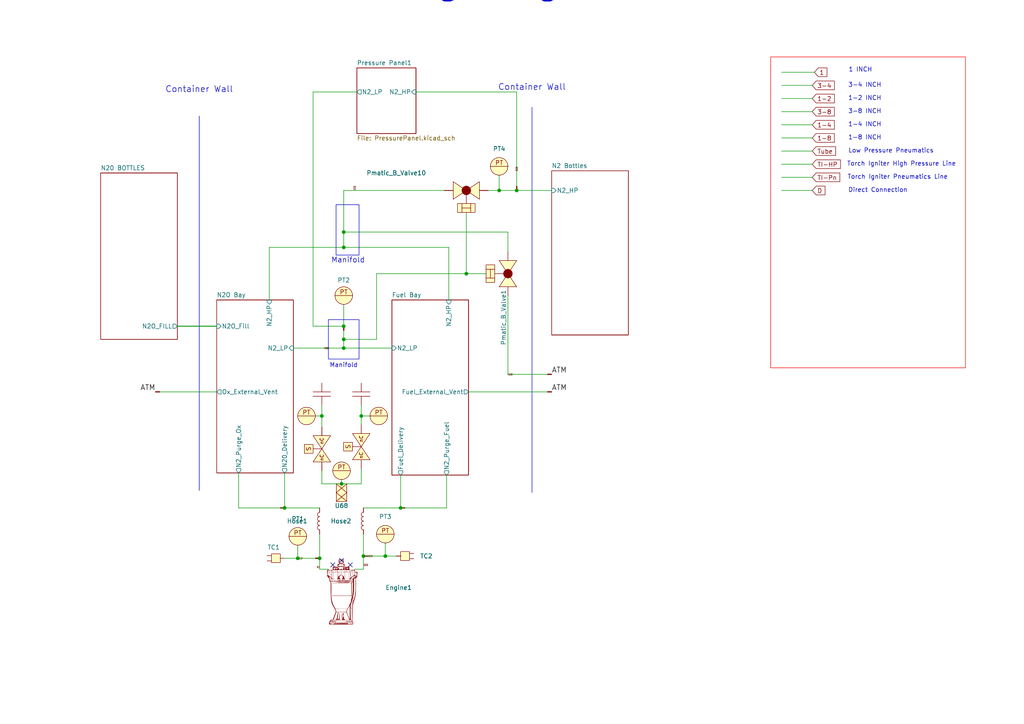
<source format=kicad_sch>
(kicad_sch (version 20250114) (generator "eeschema") (generator_version "9.0")
  (paper "A4")
  (lib_symbols
    (symbol "Hose_1"
      (property "Reference" "Hose" (at 0 0 0))
      (symbol "Hose_1_1_1"
        (pin passive line (at 0 7.62 270) (length 1.27) (name "") (number ""))
        (pin passive line (at 0 0 90) (length 1.27) (name "") (number ""))
      )
    )
    (symbol "Normally_Closed_Solenoid_1"
      (property "Reference" "nC_Sol" (at 0 -3.81 0))
      (symbol "Normally_Closed_Solenoid_1_1_1"
        (text "nC" (at -2.54 0 0) (effects (font (size 1 1))))
        (text "S\n" (at 0 3.81 0) (effects (font (size 1.27 1.27))))
        (text "nC" (at 2.286 0 0) (effects (font (size 1 1))))
        (pin passive line (at -6.35 0 0) (length 2.54) (name "") (number ""))
        (pin passive line (at 6.35 0 180) (length 2.54) (name "") (number ""))
      )
    )
    (symbol "PID_symbols:Engine"
      (property "Reference" "Engine" (at 0 0 0))
      (symbol "Engine_1_1"
        (pin input line (at -3.81 3.81 0) (length 0) (name "") (number ""))
        (pin input line (at -2.54 5.08 0) (length 0) (name "") (number ""))
        (pin input line (at 0 6.35 0) (length 0) (name "") (number ""))
        (pin input line (at 2.54 5.08 0) (length 0) (name "") (number ""))
        (pin input line (at 3.81 3.81 0) (length 0) (name "") (number ""))
      )
    )
    (symbol "PID_symbols:Hose"
      (property "Reference" "Hose" (at 0 0 0))
      (symbol "Hose_1_1"
        (pin passive line (at 0 7.62 270) (length 1.27) (name "") (number ""))
        (pin passive line (at 0 0 90) (length 1.27) (name "") (number ""))
      )
    )
    (symbol "PID_symbols:Normally_Closed_Solenoid"
      (property "Reference" "nC_Sol" (at 0 -3.81 0))
      (symbol "Normally_Closed_Solenoid_1_1"
        (text "nC" (at -2.54 0 0) (effects (font (size 1 1))))
        (text "S\n" (at 0 3.81 0) (effects (font (size 1.27 1.27))))
        (text "nC" (at 2.286 0 0) (effects (font (size 1 1))))
        (pin passive line (at -6.35 0 0) (length 2.54) (name "") (number ""))
        (pin passive line (at 6.35 0 180) (length 2.54) (name "") (number ""))
      )
    )
    (symbol "PID_symbols:Pneumatic_Rotary_Ball_Valve"
      (property "Reference" "Pmatic_B_Valve" (at 0 -3.81 0))
      (symbol "Pneumatic_Rotary_Ball_Valve_1_1"
        (pin passive line (at -6.35 0 0) (length 2.54) (name "") (number ""))
        (pin passive line (at 0 6.35 270) (length 0) (name "") (number ""))
        (pin passive line (at 0 -1.27 90) (length 0) (name "") (number ""))
        (pin passive line (at 6.35 0 180) (length 2.54) (name "") (number ""))
      )
    )
    (symbol "PID_symbols:Pressure_Transducer"
      (property "Reference" "PT" (at 0 -3.81 0))
      (symbol "Pressure_Transducer_1_1"
        (text "PT\n" (at 0 1.016 0) (effects (font (size 1.27 1.27))))
        (pin passive line (at -2.54 0 0) (length 0) (name "") (number ""))
        (pin passive line (at 0 -2.54 90) (length 0) (name "") (number ""))
        (pin passive line (at 2.54 0 180) (length 0) (name "") (number ""))
      )
    )
    (symbol "PID_symbols:Quick_Disconnect"
      (property "Reference" "QD" (at 0.762 -4.572 0))
      (symbol "Quick_Disconnect_1_1"
        (pin passive line (at -2.54 0 0) (length 2.54) (name "") (number ""))
        (pin passive line (at 3.81 0 180) (length 2.54) (name "") (number ""))
      )
    )
    (symbol "PID_symbols:Solid_Igniter"
      (property "Reference" "U" (at 0 0 0))
      (symbol "Solid_Igniter_1_1"
        (pin input line (at 0 -2.54 0) (length 0) (name "") (number ""))
      )
    )
    (symbol "PID_symbols:Thermocouple"
      (property "Reference" "TC" (at 0 -3.81 0))
      (symbol "Thermocouple_1_1"
        (pin input line (at 0 2.54 270) (length 1.35) (name "") (number ""))
      )
    )
    (symbol "PID_symbols:stop" (in_bom no) (on_board no)
      (symbol "stop_1_1"
        (pin bidirectional line (at -1.27 0 0) (length 0) (name "") (number ""))
        (pin bidirectional line (at 0 0 180) (length 0) (name "") (number ""))
      )
    )
    (symbol "Pneumatic_Rotary_Ball_Valve_1"
      (property "Reference" "Pmatic_B_Valve" (at 0 -3.81 0))
      (symbol "Pneumatic_Rotary_Ball_Valve_1_1_1"
        (pin passive line (at -6.35 0 0) (length 2.54) (name "") (number ""))
        (pin passive line (at 0 6.35 270) (length 0) (name "") (number ""))
        (pin passive line (at 0 -1.27 90) (length 0) (name "") (number ""))
        (pin passive line (at 6.35 0 180) (length 2.54) (name "") (number ""))
      )
    )
    (symbol "Pressure_Transducer_1"
      (property "Reference" "PT" (at 0 -3.81 0))
      (symbol "Pressure_Transducer_1_1_1"
        (text "PT\n" (at 0 1.016 0) (effects (font (size 1.27 1.27))))
        (pin passive line (at -2.54 0 0) (length 0) (name "") (number ""))
        (pin passive line (at 0 -2.54 90) (length 0) (name "") (number ""))
        (pin passive line (at 2.54 0 180) (length 0) (name "") (number ""))
      )
    )
    (symbol "Pressure_Transducer_2"
      (property "Reference" "PT" (at 0 -3.81 0))
      (symbol "Pressure_Transducer_2_1_1"
        (text "PT\n" (at 0 1.016 0) (effects (font (size 1.27 1.27))))
        (pin passive line (at -2.54 0 0) (length 0) (name "") (number ""))
        (pin passive line (at 0 -2.54 90) (length 0) (name "") (number ""))
        (pin passive line (at 2.54 0 180) (length 0) (name "") (number ""))
      )
    )
    (symbol "Pressure_Transducer_3"
      (property "Reference" "PT" (at 0 -3.81 0))
      (symbol "Pressure_Transducer_3_1_1"
        (text "PT\n" (at 0 1.016 0) (effects (font (size 1.27 1.27))))
        (pin passive line (at -2.54 0 0) (length 0) (name "") (number ""))
        (pin passive line (at 0 -2.54 90) (length 0) (name "") (number ""))
        (pin passive line (at 2.54 0 180) (length 0) (name "") (number ""))
      )
    )
    (symbol "Pressure_Transducer_4"
      (property "Reference" "PT" (at 0 -3.81 0))
      (symbol "Pressure_Transducer_4_1_1"
        (text "PT\n" (at 0 1.016 0) (effects (font (size 1.27 1.27))))
        (pin passive line (at -2.54 0 0) (length 0) (name "") (number ""))
        (pin passive line (at 0 -2.54 90) (length 0) (name "") (number ""))
        (pin passive line (at 2.54 0 180) (length 0) (name "") (number ""))
      )
    )
    (symbol "Pressure_Transducer_5"
      (property "Reference" "PT" (at 0 -3.81 0))
      (symbol "Pressure_Transducer_5_1_1"
        (text "PT\n" (at 0 1.016 0) (effects (font (size 1.27 1.27))))
        (pin passive line (at -2.54 0 0) (length 0) (name "") (number ""))
        (pin passive line (at 0 -2.54 90) (length 0) (name "") (number ""))
        (pin passive line (at 2.54 0 180) (length 0) (name "") (number ""))
      )
    )
    (symbol "Pressure_Transducer_6"
      (property "Reference" "PT" (at 0 -3.81 0))
      (symbol "Pressure_Transducer_6_1_1"
        (text "PT\n" (at 0 1.016 0) (effects (font (size 1.27 1.27))))
        (pin passive line (at -2.54 0 0) (length 0) (name "") (number ""))
        (pin passive line (at 0 -2.54 90) (length 0) (name "") (number ""))
        (pin passive line (at 2.54 0 180) (length 0) (name "") (number ""))
      )
    )
    (symbol "Quick_Disconnect_1"
      (property "Reference" "QD" (at 0.762 -4.572 0))
      (symbol "Quick_Disconnect_1_1_1"
        (pin passive line (at -2.54 0 0) (length 2.54) (name "") (number ""))
        (pin passive line (at 3.81 0 180) (length 2.54) (name "") (number ""))
      )
    )
    (symbol "stop_1" (in_bom no) (on_board no)
      (symbol "stop_1_1_1"
        (pin bidirectional line (at -1.27 0 0) (length 0) (name "") (number ""))
        (pin bidirectional line (at 0 0 180) (length 0) (name "") (number ""))
      )
    )
    (symbol "stop_2" (in_bom no) (on_board no)
      (symbol "stop_2_1_1"
        (pin bidirectional line (at -1.27 0 0) (length 0) (name "") (number ""))
        (pin bidirectional line (at 0 0 180) (length 0) (name "") (number ""))
      )
    )
    (symbol "stop_3" (in_bom no) (on_board no)
      (symbol "stop_3_1_1"
        (pin bidirectional line (at -1.27 0 0) (length 0) (name "") (number ""))
        (pin bidirectional line (at 0 0 180) (length 0) (name "") (number ""))
      )
    )
    (symbol "stop_4" (in_bom no) (on_board no)
      (symbol "stop_4_1_1"
        (pin bidirectional line (at -1.27 0 0) (length 0) (name "") (number ""))
        (pin bidirectional line (at 0 0 180) (length 0) (name "") (number ""))
      )
    )
    (symbol "stop_5" (in_bom no) (on_board no)
      (symbol "stop_5_1_1"
        (pin bidirectional line (at -1.27 0 0) (length 0) (name "") (number ""))
        (pin bidirectional line (at 0 0 180) (length 0) (name "") (number ""))
      )
    )
    (symbol "stop_6" (in_bom no) (on_board no)
      (symbol "stop_6_1_1"
        (pin bidirectional line (at -1.27 0 0) (length 0) (name "") (number ""))
        (pin bidirectional line (at 0 0 180) (length 0) (name "") (number ""))
      )
    )
    (symbol "stop_8" (in_bom no) (on_board no)
      (symbol "stop_8_1_1"
        (pin bidirectional line (at -1.27 0 0) (length 0) (name "") (number ""))
        (pin bidirectional line (at 0 0 180) (length 0) (name "") (number ""))
      )
    )
    (symbol "stop_9" (in_bom no) (on_board no)
      (symbol "stop_9_1_1"
        (pin bidirectional line (at -1.27 0 0) (length 0) (name "") (number ""))
        (pin bidirectional line (at 0 0 180) (length 0) (name "") (number ""))
      )
    )
  )
  (rectangle (start 97.4725 59.3725) (end 104.1399 73.9775))
  (rectangle (start 95.25 92.71) (end 104.14 104.14))
  (rectangle (start 223.52 16.51) (end 280.035 106.68) (stroke (width 0) (color 255 0 0 1)))
  (text "Container Wall" (at 154.305 25.4 0) (effects (font (size 1.778 1.778))))
  (text "Manifold\n" (at 99.695 106.045 0) (effects (font (size 1.27 1.27))))
  (text "Manifold" (at 100.965 75.565 0) (effects (font (size 1.524 1.524))))
  (text "J-0\n" (at 146.05 -6.35 0) (effects (font (size 12.7 12.7) (thickness 2.54) (bold yes))))
  (text "1 INCH" (at 249.555 20.32 0) (effects (font (size 1.27 1.27))))
  (text "1-4 INCH\n" (at 250.825 36.195 0) (effects (font (size 1.27 1.27))))
  (text "Torch Igniter Pneumatics Line" (at 260.35 51.435 0) (effects (font (size 1.27 1.27))))
  (text "3-4 INCH" (at 250.825 24.765 0) (effects (font (size 1.27 1.27))))
  (text "3-8 INCH\n" (at 250.825 32.385 0) (effects (font (size 1.27 1.27))))
  (text "Container Wall" (at 57.785 26.035 0) (effects (font (size 1.778 1.778))))
  (text "1-8 INCH\n" (at 250.825 40.005 0) (effects (font (size 1.27 1.27))))
  (text "Direct Connection" (at 254.635 55.245 0) (effects (font (size 1.27 1.27))))
  (text "Low Pressure Pneumatics" (at 258.445 43.815 0) (effects (font (size 1.27 1.27))))
  (text "1-2 INCH\n" (at 250.825 28.575 0) (effects (font (size 1.27 1.27))))
  (text " Torch Igniter High Pressure Line" (at 260.985 47.625 0) (effects (font (size 1.27 1.27))))
  (junction (at 99.695 100.965))
  (junction (at 99.695 71.755))
  (junction (at 99.06 140.335))
  (junction (at 99.695 67.31))
  (junction (at 104.775 120.65))
  (junction (at 82.55 147.32))
  (junction (at 99.695 94.615))
  (junction (at 93.345 120.65))
  (junction (at 144.78 55.245))
  (junction (at 105.41 161.29))
  (junction (at 99.695 98.425))
  (junction (at 92.71 161.925))
  (junction (at 135.255 79.375))
  (junction (at 86.36 161.925))
  (junction (at 149.86 55.245))
  (junction (at 116.205 147.32))
  (junction (at 111.76 161.29))
  (no_connect (at 99.06 162.56))
  (no_connect (at 96.52 163.83))
  (no_connect (at 101.6 163.83))
  (wire (pts (xy 109.22 79.375) (xy 109.22 98.425)))
  (wire (pts (xy 93.345 120.65) (xy 93.345 123.825)))
  (wire (pts (xy 116.205 147.32) (xy 105.41 147.32)))
  (wire (pts (xy 99.06 139.065) (xy 99.06 140.335)))
  (wire (pts (xy 93.345 117.475) (xy 93.345 120.65)))
  (wire (pts (xy 226.695 28.575) (xy 235.585 28.575)))
  (wire (pts (xy 135.255 79.375) (xy 140.97 79.375)))
  (wire (pts (xy 105.41 154.94) (xy 105.41 161.29)))
  (wire (pts (xy 86.36 161.925) (xy 91.44 161.925)))
  (wire (pts (xy 106.68 161.29) (xy 111.76 161.29)))
  (wire (pts (xy 104.775 117.475) (xy 104.775 120.65)))
  (wire (pts (xy 78.105 71.755) (xy 99.695 71.755)))
  (wire (pts (xy 226.695 51.435) (xy 235.585 51.435)))
  (wire (pts (xy 82.55 137.16) (xy 82.55 147.32)))
  (wire (pts (xy 92.71 165.1) (xy 95.25 165.1)))
  (wire (pts (xy 99.695 88.265) (xy 99.695 94.615)))
  (wire (pts (xy 147.32 73.025) (xy 147.32 67.31)))
  (wire (pts (xy 226.695 47.625) (xy 235.585 47.625)))
  (wire (pts (xy 147.32 108.585) (xy 158.75 108.585)))
  (wire (pts (xy 226.695 20.955) (xy 236.22 20.955)))
  (wire (pts (xy 90.805 26.67) (xy 103.505 26.67)))
  (wire (pts (xy 104.775 120.65) (xy 107.315 120.65)))
  (wire (pts (xy 116.205 137.795) (xy 116.205 147.32)))
  (wire (pts (xy 102.87 165.1) (xy 105.41 165.1)))
  (wire (pts (xy 129.54 147.32) (xy 117.475 147.32)))
  (wire (pts (xy 69.215 137.16) (xy 69.215 147.32)))
  (polyline (pts (xy 57.785 33.655) (xy 57.785 142.24)))
  (wire (pts (xy 147.32 85.725) (xy 147.32 108.585)))
  (polyline (pts (xy 154.305 31.115) (xy 154.305 142.875)))
  (wire (pts (xy 78.105 71.755) (xy 78.105 86.995)))
  (wire (pts (xy 82.55 161.925) (xy 86.36 161.925)))
  (wire (pts (xy 111.76 161.29) (xy 114.935 161.29)))
  (wire (pts (xy 226.695 36.195) (xy 235.585 36.195)))
  (wire (pts (xy 149.86 55.245) (xy 160.02 55.245)))
  (wire (pts (xy 135.255 61.595) (xy 135.255 79.375)))
  (wire (pts (xy 46.355 113.665) (xy 62.865 113.665)))
  (wire (pts (xy 135.89 113.665) (xy 158.75 113.665)))
  (wire (pts (xy 130.175 71.755) (xy 130.175 86.995)))
  (wire (pts (xy 69.215 147.32) (xy 81.28 147.32)))
  (wire (pts (xy 226.695 43.815) (xy 235.585 43.815)))
  (wire (pts (xy 144.78 50.8) (xy 144.78 55.245)))
  (wire (pts (xy 51.435 94.615) (xy 62.865 94.615)) (stroke (width 0.254)))
  (wire (pts (xy 86.36 158.115) (xy 86.36 161.925)))
  (wire (pts (xy 92.71 161.925) (xy 92.71 165.1)))
  (wire (pts (xy 90.805 26.67) (xy 90.805 94.615)))
  (wire (pts (xy 226.695 55.245) (xy 235.585 55.245)))
  (wire (pts (xy 99.695 98.425) (xy 109.22 98.425)))
  (wire (pts (xy 99.695 98.425) (xy 99.695 100.965)))
  (wire (pts (xy 226.695 32.385) (xy 235.585 32.385)))
  (wire (pts (xy 99.695 67.31) (xy 99.695 71.755)))
  (wire (pts (xy 149.86 26.67) (xy 149.86 53.975)))
  (wire (pts (xy 144.78 55.245) (xy 149.86 55.245)))
  (wire (pts (xy 93.345 136.525) (xy 93.345 140.335)))
  (wire (pts (xy 85.09 100.965) (xy 99.695 100.965)))
  (wire (pts (xy 141.605 55.245) (xy 144.78 55.245)))
  (wire (pts (xy 120.65 26.67) (xy 149.86 26.67)))
  (wire (pts (xy 90.805 94.615) (xy 99.695 94.615)))
  (wire (pts (xy 92.71 154.94) (xy 92.71 161.925)))
  (wire (pts (xy 226.695 24.765) (xy 235.585 24.765)))
  (wire (pts (xy 82.55 147.32) (xy 92.71 147.32)))
  (wire (pts (xy 99.695 55.245) (xy 99.695 67.31)))
  (wire (pts (xy 93.345 140.335) (xy 99.06 140.335)))
  (wire (pts (xy 99.695 95.885) (xy 99.695 98.425)))
  (wire (pts (xy 104.775 135.89) (xy 104.775 140.335)))
  (wire (pts (xy 99.695 71.755) (xy 130.175 71.755)))
  (wire (pts (xy 105.41 165.1) (xy 105.41 161.29)))
  (wire (pts (xy 226.695 40.005) (xy 235.585 40.005)))
  (wire (pts (xy 109.22 79.375) (xy 135.255 79.375)))
  (wire (pts (xy 129.54 137.795) (xy 129.54 147.32)))
  (wire (pts (xy 99.695 100.965) (xy 113.665 100.965)))
  (wire (pts (xy 104.775 120.65) (xy 104.775 123.19)))
  (wire (pts (xy 111.76 157.48) (xy 111.76 161.29)))
  (wire (pts (xy 147.32 67.31) (xy 99.695 67.31)))
  (wire (pts (xy 91.44 120.65) (xy 93.345 120.65)))
  (wire (pts (xy 99.695 55.245) (xy 128.905 55.245)))
  (wire (pts (xy 104.775 140.335) (xy 99.06 140.335)))
  (label "ATM" (at 160.02 108.585 0) (effects (font (size 1.524 1.524))))
  (label "ATM" (at 160.02 113.665 0) (effects (font (size 1.524 1.524))))
  (label "ATM" (at 45.085 113.665 180) (effects (font (size 1.524 1.524))))
  (global_label "3-8" (shape input) (at 235.585 32.385 0) (property "Intersheetrefs" "${INTERSHEET_REFS}" (effects (hide yes))))
  (global_label "TI-Pn" (shape input) (at 235.585 51.435 0) (property "Intersheetrefs" "${INTERSHEET_REFS}" (effects (hide yes))))
  (global_label "D" (shape input) (at 235.585 55.245 0) (property "Intersheetrefs" "${INTERSHEET_REFS}" (effects (hide yes))))
  (global_label "1-2" (shape input) (at 147.32 108.585 0) (effects (font (size 0.254 0.254))) (property "Intersheetrefs" "${INTERSHEET_REFS}" (effects (hide yes))))
  (global_label "Tube" (shape input) (at 93.98 100.965 0) (effects (font (size 0.254 0.254))) (property "Intersheetrefs" "${INTERSHEET_REFS}" (effects (hide yes))))
  (global_label "3-4" (shape input) (at 235.585 24.765 0) (property "Intersheetrefs" "${INTERSHEET_REFS}" (effects (hide yes))))
  (global_label "1-2" (shape input) (at 102.87 55.245 90) (effects (font (size 0.254 0.254))) (property "Intersheetrefs" "${INTERSHEET_REFS}" (effects (hide yes))))
  (global_label "1-4" (shape input) (at 106.68 161.29 0) (effects (font (size 0.254 0.254))) (property "Intersheetrefs" "${INTERSHEET_REFS}" (effects (hide yes))))
  (global_label "TI-HP" (shape input) (at 235.585 47.625 0) (property "Intersheetrefs" "${INTERSHEET_REFS}" (effects (hide yes))))
  (global_label "1-8" (shape input) (at 235.585 40.005 0) (property "Intersheetrefs" "${INTERSHEET_REFS}" (effects (hide yes))))
  (global_label "1-4" (shape input) (at 86.36 161.925 0) (effects (font (size 0.254 0.254))) (property "Intersheetrefs" "${INTERSHEET_REFS}" (effects (hide yes))))
  (global_label "3-4" (shape input) (at 105.41 163.83 0) (effects (font (size 0.254 0.254))) (property "Intersheetrefs" "${INTERSHEET_REFS}" (effects (hide yes))))
  (global_label "1" (shape input) (at 92.71 164.465 180) (effects (font (size 0.254 0.254))) (property "Intersheetrefs" "${INTERSHEET_REFS}" (effects (hide yes))))
  (global_label "1-2" (shape input) (at 235.585 28.575 0) (property "Intersheetrefs" "${INTERSHEET_REFS}" (effects (hide yes))))
  (global_label "Tube" (shape input) (at 235.585 43.815 0) (property "Intersheetrefs" "${INTERSHEET_REFS}" (effects (hide yes))))
  (global_label "1-4" (shape input) (at 235.585 36.195 0) (property "Intersheetrefs" "${INTERSHEET_REFS}" (effects (hide yes))))
  (global_label "1" (shape input) (at 236.22 20.955 0) (property "Intersheetrefs" "${INTERSHEET_REFS}" (effects (hide yes))))
  (global_label "3-8" (shape input) (at 149.86 48.26 270) (effects (font (size 0.254 0.254))) (property "Intersheetrefs" "${INTERSHEET_REFS}" (effects (hide yes))))
  (symbol (lib_name "Quick_Disconnect_1") (lib_id "PID_symbols:Quick_Disconnect") (at 104.775 114.935 90) (unit 1)
    (property "Reference" "QD25" (effects (hide yes)))
  )
  (symbol (lib_id "PID_symbols:Thermocouple") (at 117.475 161.29 90) (unit 1)
    (property "Reference" "TC2" (at 121.8221 161.2899 90) (effects (justify right)))
  )
  (symbol (lib_id "PID_symbols:Engine") (at 99.06 168.91 0) (unit 1)
    (property "Reference" "Engine1" (at 111.76 170.4268 0) (effects (justify left)))
  )
  (symbol (lib_name "stop_5") (lib_id "PID_symbols:stop") (at 160.02 113.665 0) (unit 1) (in_bom no) (on_board no)
    (property "Reference" "U14" (effects (hide yes)))
  )
  (symbol (lib_id "PID_symbols:Quick_Disconnect") (at 93.345 114.935 90) (unit 1)
    (property "Reference" "QD24" (effects (hide yes)))
  )
  (symbol (lib_id "PID_symbols:Solid_Igniter") (at 99.06 142.875 180) (unit 1)
    (property "Reference" "U68" (at 99.06 146.685 0))
  )
  (symbol (lib_name "Pneumatic_Rotary_Ball_Valve_1") (lib_id "PID_symbols:Pneumatic_Rotary_Ball_Valve") (at 135.255 55.245 180) (unit 1)
    (property "Reference" "Pmatic_B_Valve10" (at 114.935 50.165 0))
  )
  (symbol (lib_id "PID_symbols:Pressure_Transducer") (at 99.695 85.725 0) (unit 1)
    (property "Reference" "PT2" (at 99.695 81.28 0))
  )
  (symbol (lib_name "stop_8") (lib_id "PID_symbols:stop") (at 106.68 161.29 0) (unit 1) (in_bom no) (on_board no)
    (property "Reference" "U10" (effects (hide yes)))
  )
  (symbol (lib_id "PID_symbols:stop") (at 99.695 94.615 90) (unit 1) (in_bom no) (on_board no)
    (property "Reference" "U8" (effects (hide yes)))
  )
  (symbol (lib_id "PID_symbols:Hose") (at 92.71 147.32 180) (unit 1)
    (property "Reference" "Hose1" (at 83.185 151.13 0) (effects (justify right)))
  )
  (symbol (lib_name "Pressure_Transducer_2") (lib_id "PID_symbols:Pressure_Transducer") (at 86.36 155.575 0) (unit 1)
    (property "Reference" "PT1" (at 86.36 150.495 0))
  )
  (symbol (lib_name "stop_1") (lib_id "PID_symbols:stop") (at 46.355 113.665 0) (unit 1) (in_bom no) (on_board no)
    (property "Reference" "U5" (effects (hide yes)))
  )
  (symbol (lib_name "Pressure_Transducer_1") (lib_id "PID_symbols:Pressure_Transducer") (at 144.78 48.26 0) (unit 1)
    (property "Reference" "PT4" (at 144.78 43.18 0))
  )
  (symbol (lib_id "PID_symbols:Thermocouple") (at 80.01 161.925 270) (unit 1)
    (property "Reference" "TC1" (at 79.375 158.75 90))
  )
  (symbol (lib_name "stop_6") (lib_id "PID_symbols:stop") (at 160.02 108.585 0) (unit 1) (in_bom no) (on_board no)
    (property "Reference" "U13" (effects (hide yes)))
  )
  (symbol (lib_name "stop_4") (lib_id "PID_symbols:stop") (at 117.475 147.32 0) (unit 1) (in_bom no) (on_board no)
    (property "Reference" "U11" (effects (hide yes)))
  )
  (symbol (lib_name "Pressure_Transducer_5") (lib_id "PID_symbols:Pressure_Transducer") (at 109.855 120.65 0) (unit 1)
    (property "Reference" "PT84" (effects (hide yes)))
  )
  (symbol (lib_name "Hose_1") (lib_id "PID_symbols:Hose") (at 105.41 147.32 180) (unit 1)
    (property "Reference" "Hose2" (at 95.885 151.13 0) (effects (justify right)))
  )
  (symbol (lib_name "stop_3") (lib_id "PID_symbols:stop") (at 82.55 147.32 0) (unit 1) (in_bom no) (on_board no)
    (property "Reference" "U6" (effects (hide yes)))
  )
  (symbol (lib_name "Normally_Closed_Solenoid_1") (lib_id "PID_symbols:Normally_Closed_Solenoid") (at 104.775 129.54 90) (unit 1)
    (property "Reference" "nC_Sol9" (effects (hide yes)))
  )
  (symbol (lib_id "PID_symbols:Pneumatic_Rotary_Ball_Valve") (at 147.32 79.375 90) (unit 1)
    (property "Reference" "Pmatic_B_Valve1" (at 146.05 92.075 0))
  )
  (symbol (lib_id "PID_symbols:Normally_Closed_Solenoid") (at 93.345 130.175 90) (unit 1)
    (property "Reference" "nC_Sol8" (effects (hide yes)))
  )
  (symbol (lib_name "stop_2") (lib_id "PID_symbols:stop") (at 149.86 53.975 90) (unit 1) (in_bom no) (on_board no)
    (property "Reference" "U12" (effects (hide yes)))
  )
  (symbol (lib_name "stop_9") (lib_id "PID_symbols:stop") (at 92.71 161.925 0) (unit 1) (in_bom no) (on_board no)
    (property "Reference" "U7" (effects (hide yes)))
  )
  (symbol (lib_name "Pressure_Transducer_6") (lib_id "PID_symbols:Pressure_Transducer") (at 88.9 120.65 0) (unit 1)
    (property "Reference" "PT85" (effects (hide yes)))
  )
  (symbol (lib_name "Pressure_Transducer_3") (lib_id "PID_symbols:Pressure_Transducer") (at 111.76 154.94 0) (unit 1)
    (property "Reference" "PT3" (at 111.76 149.86 0))
  )
  (symbol (lib_name "Pressure_Transducer_4") (lib_id "PID_symbols:Pressure_Transducer") (at 99.06 136.525 0) (unit 1)
    (property "Reference" "PT83" (effects (hide yes)))
  )
  (sheet (at 113.665 86.995) (size 22.225 50.8) (stroke (width 0.1524))
    (property "Sheetname" "Fuel Bay" (at 113.665 86.2834 0) (effects (justify left bottom)))
    (property "Sheetfile" "J0_Fuel.kicad_sch" (effects (hide yes)))
    (pin "Fuel_External_Vent" output (at 135.89 113.665 0))
    (pin "N2_HP" input (at 130.175 86.995 90))
    (pin "N2_LP" input (at 113.665 100.965 180))
    (pin "Fuel_Delivery" output (at 116.205 137.795 270))
    (pin "N2_Purge_Fuel" output (at 129.54 137.795 270))
  )
  (sheet (at 62.865 86.995) (size 22.225 50.165) (stroke (width 0.1524))
    (property "Sheetname" "N2O Bay" (at 62.865 86.2834 0) (effects (justify left bottom)))
    (property "Sheetfile" "J0_N2O.kicad_sch" (effects (hide yes)))
    (pin "N2O_Fill" input (at 62.865 94.615 180))
    (pin "N2_HP" input (at 78.105 86.995 90))
    (pin "Ox_External_Vent" output (at 62.865 113.665 180))
    (pin "N2_LP" input (at 85.09 100.965 0))
    (pin "N2_Purge_Ox" output (at 69.215 137.16 270))
    (pin "N20_Delivery" output (at 82.55 137.16 270))
  )
  (sheet (at 103.505 19.685) (size 17.145 19.05) (stroke (width 0.1524))
    (property "Sheetname" "Pressure Panel1" (at 103.505 18.9734 0) (effects (justify left bottom)))
    (property "Sheetfile" "PressurePanel.kicad_sch" (at 103.505 39.3196 0) (effects (justify left top)))
    (pin "N2_HP" input (at 120.65 26.67 0))
    (pin "N2_LP" output (at 103.505 26.67 180))
  )
  (sheet (at 29.21 50.165) (size 22.225 48.26) (stroke (width 0.1524))
    (property "Sheetname" "N20 BOTTLES" (at 29.21 49.4534 0) (effects (justify left bottom)))
    (property "Sheetfile" "J-0_N2O_Bottles.kicad_sch" (effects (hide yes)))
    (pin "N2O_FILL" output (at 51.435 94.615 0))
  )
  (sheet (at 160.02 49.53) (size 22.225 47.625) (stroke (width 0.1524))
    (property "Sheetname" "N2 Bottles" (at 160.02 48.8184 0) (effects (justify left bottom)))
    (property "Sheetfile" "J0_N2.kicad_sch" (effects (hide yes)))
    (pin "N2_HP" input (at 160.02 55.245 180))
  )
)
</source>
